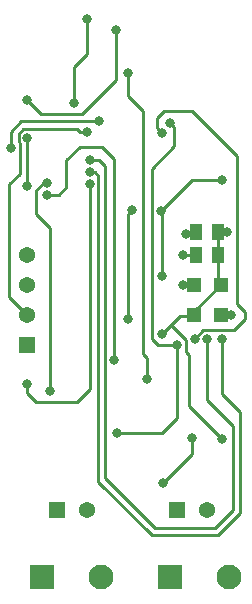
<source format=gbl>
G04 #@! TF.GenerationSoftware,KiCad,Pcbnew,5.1.10-88a1d61d58~88~ubuntu18.04.1*
G04 #@! TF.CreationDate,2021-10-08T18:05:20+03:00*
G04 #@! TF.ProjectId,canhacker,63616e68-6163-46b6-9572-2e6b69636164,rev?*
G04 #@! TF.SameCoordinates,Original*
G04 #@! TF.FileFunction,Copper,L2,Bot*
G04 #@! TF.FilePolarity,Positive*
%FSLAX46Y46*%
G04 Gerber Fmt 4.6, Leading zero omitted, Abs format (unit mm)*
G04 Created by KiCad (PCBNEW 5.1.10-88a1d61d58~88~ubuntu18.04.1) date 2021-10-08 18:05:20*
%MOMM*%
%LPD*%
G01*
G04 APERTURE LIST*
G04 #@! TA.AperFunction,SMDPad,CuDef*
%ADD10R,1.000000X1.420000*%
G04 #@! TD*
G04 #@! TA.AperFunction,ComponentPad*
%ADD11C,1.370000*%
G04 #@! TD*
G04 #@! TA.AperFunction,ComponentPad*
%ADD12R,1.370000X1.370000*%
G04 #@! TD*
G04 #@! TA.AperFunction,SMDPad,CuDef*
%ADD13R,1.150000X1.300000*%
G04 #@! TD*
G04 #@! TA.AperFunction,ComponentPad*
%ADD14C,2.100000*%
G04 #@! TD*
G04 #@! TA.AperFunction,ComponentPad*
%ADD15R,2.100000X2.100000*%
G04 #@! TD*
G04 #@! TA.AperFunction,ViaPad*
%ADD16C,0.800000*%
G04 #@! TD*
G04 #@! TA.AperFunction,Conductor*
%ADD17C,0.250000*%
G04 #@! TD*
G04 APERTURE END LIST*
D10*
X146985000Y-77470000D03*
X145115000Y-77470000D03*
X145115000Y-75565000D03*
X146985000Y-75565000D03*
D11*
X146050000Y-99060000D03*
D12*
X143510000Y-99060000D03*
D11*
X135890000Y-99060000D03*
D12*
X133350000Y-99060000D03*
D13*
X144925000Y-80010000D03*
X147175000Y-80010000D03*
X147175000Y-82550000D03*
X144925000Y-82550000D03*
D14*
X147875000Y-104775000D03*
D15*
X142875000Y-104775000D03*
D14*
X137080000Y-104775000D03*
D15*
X132080000Y-104775000D03*
D11*
X130810000Y-77470000D03*
X130810000Y-80010000D03*
X130810000Y-82550000D03*
D12*
X130810000Y-85090000D03*
D16*
X138176000Y-86360000D03*
X132461000Y-72390000D03*
X132715000Y-89027000D03*
X132461000Y-71374000D03*
X148082000Y-82550000D03*
X144018000Y-80010000D03*
X144780000Y-92964000D03*
X142303500Y-96837500D03*
X138303000Y-58420000D03*
X130810000Y-64389000D03*
X139700000Y-73660000D03*
X147701000Y-75565000D03*
X142240000Y-84201000D03*
X147320000Y-93091000D03*
X134747000Y-64643000D03*
X135890000Y-57531000D03*
X139319000Y-82931000D03*
X139319000Y-62103000D03*
X140970000Y-88011000D03*
X142240000Y-79248000D03*
X142113000Y-73787000D03*
X130810000Y-67564000D03*
X130810000Y-71628000D03*
X147320000Y-71120000D03*
X136906000Y-66167000D03*
X129413000Y-68453000D03*
X135890000Y-67056000D03*
X144272000Y-75692000D03*
X144018000Y-77470000D03*
X130810000Y-88392000D03*
X136111980Y-71505660D03*
X142875000Y-66294000D03*
X138430000Y-92583000D03*
X143510000Y-85090000D03*
X142177610Y-67183000D03*
X144983543Y-84569906D03*
X136144000Y-69469000D03*
X146050000Y-84582000D03*
X136144000Y-70485000D03*
X147320000Y-84582000D03*
D17*
X138176000Y-69342000D02*
X137160000Y-68326000D01*
X137160000Y-68326000D02*
X135255000Y-68326000D01*
X134112000Y-69469000D02*
X134112000Y-71755000D01*
X133477000Y-72390000D02*
X132461000Y-72390000D01*
X134112000Y-71755000D02*
X133477000Y-72390000D01*
X138176000Y-86360000D02*
X138176000Y-69342000D01*
X135255000Y-68326000D02*
X134112000Y-69469000D01*
X132207000Y-71374000D02*
X132461000Y-71374000D01*
X131572000Y-72009000D02*
X132207000Y-71374000D01*
X131572000Y-74041000D02*
X131572000Y-72009000D01*
X132715000Y-89027000D02*
X132715000Y-75184000D01*
X132715000Y-75184000D02*
X131572000Y-74041000D01*
X147175000Y-82550000D02*
X148082000Y-82550000D01*
X144018000Y-80010000D02*
X144925000Y-80010000D01*
X142303500Y-96837500D02*
X144780000Y-94361000D01*
X144780000Y-94361000D02*
X144780000Y-92964000D01*
X138303000Y-62674500D02*
X138303000Y-58420000D01*
X135445500Y-65532000D02*
X138303000Y-62674500D01*
X130810000Y-64389000D02*
X131953000Y-65532000D01*
X131953000Y-65532000D02*
X135445500Y-65532000D01*
X146985000Y-75565000D02*
X146985000Y-77470000D01*
X146985000Y-79820000D02*
X147175000Y-80010000D01*
X146985000Y-77470000D02*
X146985000Y-79820000D01*
X144925000Y-82260000D02*
X147175000Y-80010000D01*
X144925000Y-82550000D02*
X144925000Y-82260000D01*
X142240000Y-84201000D02*
X143764000Y-82677000D01*
X144798000Y-82677000D02*
X144925000Y-82550000D01*
X143764000Y-82677000D02*
X144798000Y-82677000D01*
X147701000Y-75565000D02*
X146985000Y-75565000D01*
X139319000Y-82931000D02*
X139319000Y-82931000D01*
X135890000Y-57531000D02*
X135890000Y-60452000D01*
X134747000Y-61595000D02*
X134747000Y-64643000D01*
X135890000Y-60452000D02*
X134747000Y-61595000D01*
X139319000Y-74041000D02*
X139319000Y-82931000D01*
X139700000Y-73660000D02*
X139319000Y-74041000D01*
X143002000Y-83439000D02*
X142240000Y-84201000D01*
X144526000Y-85979000D02*
X144272000Y-85725000D01*
X144272000Y-84709000D02*
X143002000Y-83439000D01*
X144526000Y-90297000D02*
X144526000Y-85979000D01*
X144272000Y-85725000D02*
X144272000Y-84709000D01*
X147320000Y-93091000D02*
X144526000Y-90297000D01*
X140589000Y-65278000D02*
X139319000Y-64008000D01*
X140589000Y-85852000D02*
X140589000Y-65278000D01*
X140970000Y-88011000D02*
X140970000Y-86233000D01*
X139319000Y-64008000D02*
X139319000Y-62103000D01*
X140970000Y-86233000D02*
X140589000Y-85852000D01*
X130810000Y-71628000D02*
X130810000Y-67564000D01*
X142240000Y-73914000D02*
X142113000Y-73787000D01*
X142240000Y-79248000D02*
X142240000Y-73914000D01*
X144780000Y-71120000D02*
X147320000Y-71120000D01*
X142113000Y-73787000D02*
X144780000Y-71120000D01*
X129413000Y-68453000D02*
X129413000Y-67056000D01*
X130302000Y-66167000D02*
X136906000Y-66167000D01*
X129413000Y-67056000D02*
X130302000Y-66167000D01*
X129286000Y-81026000D02*
X130810000Y-82550000D01*
X129286000Y-71501000D02*
X129286000Y-81026000D01*
X130175000Y-70612000D02*
X129286000Y-71501000D01*
X135255000Y-67056000D02*
X135037999Y-66838999D01*
X130461999Y-66838999D02*
X130084999Y-67215999D01*
X135890000Y-67056000D02*
X135255000Y-67056000D01*
X135037999Y-66838999D02*
X130461999Y-66838999D01*
X130084999Y-67215999D02*
X130084999Y-67912001D01*
X130175000Y-68002002D02*
X130175000Y-70612000D01*
X130084999Y-67912001D02*
X130175000Y-68002002D01*
X144988000Y-75692000D02*
X145115000Y-75565000D01*
X144272000Y-75692000D02*
X144988000Y-75692000D01*
X144018000Y-77470000D02*
X145115000Y-77470000D01*
X136111980Y-88805020D02*
X136111980Y-71505660D01*
X135001000Y-89916000D02*
X136111980Y-88805020D01*
X131572000Y-89916000D02*
X135001000Y-89916000D01*
X130810000Y-88392000D02*
X130810000Y-89154000D01*
X130810000Y-89154000D02*
X131572000Y-89916000D01*
X143274999Y-66693999D02*
X142875000Y-66294000D01*
X143274999Y-68307001D02*
X143274999Y-66693999D01*
X141351000Y-84582000D02*
X141351000Y-70231000D01*
X143510000Y-85090000D02*
X141859000Y-85090000D01*
X141351000Y-70231000D02*
X143274999Y-68307001D01*
X141859000Y-85090000D02*
X141351000Y-84582000D01*
X143510000Y-91313000D02*
X143510000Y-85090000D01*
X138430000Y-92583000D02*
X142240000Y-92583000D01*
X142240000Y-92583000D02*
X143510000Y-91313000D01*
X148590000Y-81661000D02*
X149225000Y-82296000D01*
X149225000Y-82296000D02*
X149225000Y-82931000D01*
X148590000Y-69088000D02*
X148590000Y-81661000D01*
X145696450Y-83856999D02*
X144983543Y-84569906D01*
X141777611Y-66783001D02*
X141777611Y-65867389D01*
X149225000Y-82931000D02*
X148299001Y-83856999D01*
X148299001Y-83856999D02*
X145696450Y-83856999D01*
X144780000Y-65278000D02*
X148590000Y-69088000D01*
X142367000Y-65278000D02*
X144780000Y-65278000D01*
X141777611Y-65867389D02*
X142367000Y-65278000D01*
X142177610Y-67183000D02*
X141777611Y-66783001D01*
X137414000Y-96393000D02*
X137414000Y-69977000D01*
X137414000Y-69977000D02*
X136906000Y-69469000D01*
X146050000Y-89789000D02*
X148209000Y-91948000D01*
X146050000Y-84582000D02*
X146050000Y-89789000D01*
X148209000Y-91948000D02*
X148209000Y-99060000D01*
X146685000Y-100584000D02*
X141605000Y-100584000D01*
X136906000Y-69469000D02*
X136144000Y-69469000D01*
X148209000Y-99060000D02*
X146685000Y-100584000D01*
X141605000Y-100584000D02*
X137414000Y-96393000D01*
X147320000Y-89281000D02*
X147320000Y-84836000D01*
X148786010Y-90747010D02*
X147320000Y-89281000D01*
X148786010Y-99373400D02*
X148786010Y-90747010D01*
X147320000Y-84836000D02*
X147320000Y-84582000D01*
X136525000Y-70485000D02*
X136836990Y-70796990D01*
X136144000Y-70485000D02*
X136525000Y-70485000D01*
X136836990Y-70796990D02*
X136836990Y-96704990D01*
X141351000Y-101219000D02*
X146940410Y-101219000D01*
X146940410Y-101219000D02*
X148786010Y-99373400D01*
X136836990Y-96704990D02*
X141351000Y-101219000D01*
M02*

</source>
